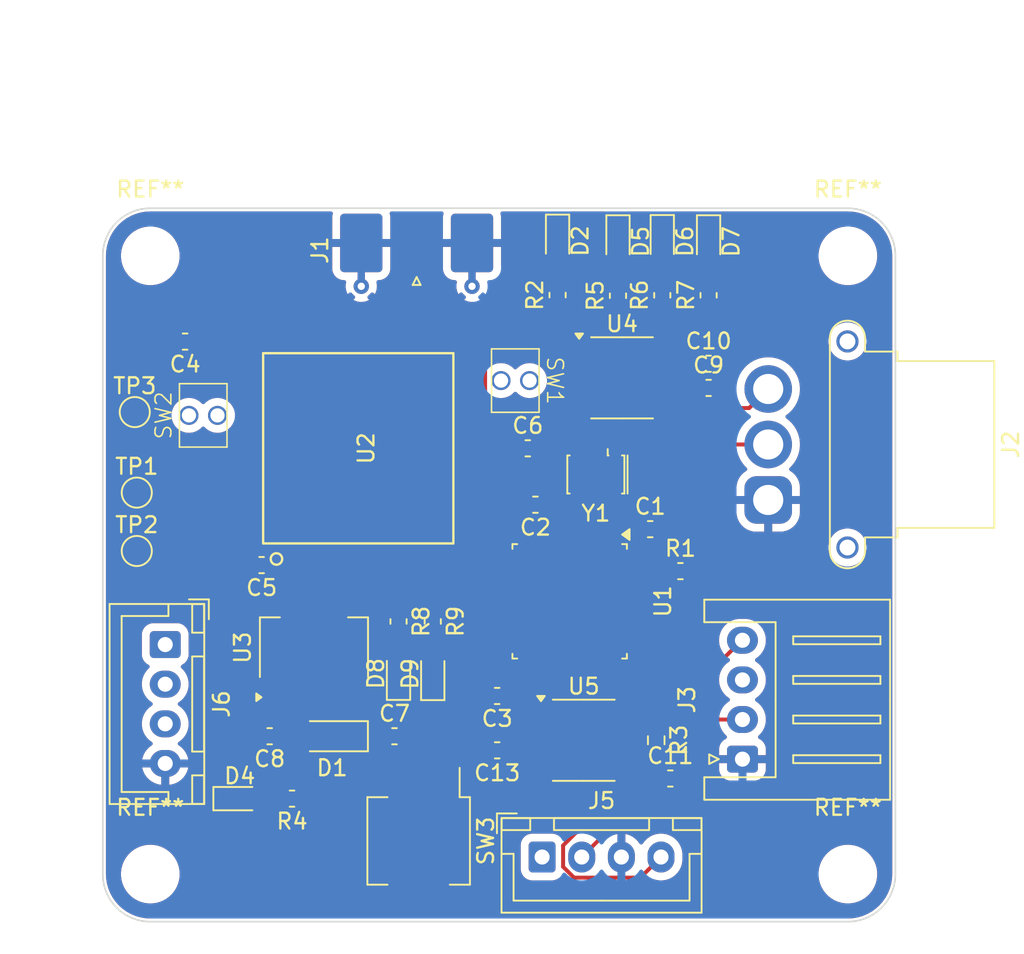
<source format=kicad_pcb>
(kicad_pcb (version 20241229) (generator "pcbnew") (generator_version "9.0")
  (layers (0 "F.Cu" signal) (2 "B.Cu" signal) (13 "F.Paste" user) (15 "B.Paste" user) (5 "F.SilkS" user "F.Silkscreen") (7 "B.SilkS" user "B.Silkscreen") (1 "F.Mask" user) (3 "B.Mask" user) (25 "Edge.Cuts" user))
  (net 0 "")
  (net 1 "GND")
  (net 2 "+3.3V")
  (net 3 "RF_RST")
  (net 4 "MCU_RST")
  (net 9 "Net-(U1-PF1)")
  (net 17 "Net-(U1-PF0)")
  (net 27 "Net-(J1-In)")
  (net 36 "OUT_A")
  (net 37 "OUT_B")
  (net 38 "Net-(U1-BOOT0)")
  (net 39 "USART1_TX")
  (net 40 "USART1_RX")
  (net 41 "RF_BOOT")
  (net 42 "RF_LED")
  (net 43 "RF_SWDIO")
  (net 44 "RF_SWCLK")
  (net 45 "+5V")
  (net 46 "Net-(D2-A)")
  (net 47 "Net-(D4-A)")
  (net 48 "Net-(D5-A)")
  (net 49 "Net-(D6-A)")
  (net 50 "Net-(D7-A)")
  (net 51 "Net-(D8-A)")
  (net 52 "Net-(D9-A)")
  (net 53 "CANL")
  (net 54 "CANH")
  (net 55 "MCU_SWDIO")
  (net 56 "MCU_SWCLK")
  (net 57 "USART2_RX")
  (net 58 "USART2_TX")
  (net 59 "LED_Connection")
  (net 60 "LED_Debug")
  (net 61 "LED_Error")
  (net 62 "LED_1")
  (net 63 "LED_2")
  (net 65 "IN_A")
  (net 66 "IN_B")
  (net 68 "CANRX")
  (net 69 "CANTX")
  (net 70 "DIP_2")
  (net 71 "DIP_1")
  (net 72 "DIP_4")
  (net 73 "DIP_3")
  (footprint "Capacitor_SMD:C_0603_1608Metric_Pad1.08x0.95mm_HandSolder" (layer "F.Cu") (at 178.689 110.476 90)
    (property "Reference" "R2" (at 0 -1.43 90) (layer "F.SilkS"))
    (property "Value" "1k")
    (pad "1" smd roundrect (at -0.8625 0 90) (size 1.075 0.95) (layers "F.Cu" "F.Mask" "F.Paste") (net 2 "+3.3V"))
    (pad "2" smd roundrect (at 0.8625 0 90) (size 1.075 0.95) (layers "F.Cu" "F.Mask" "F.Paste") (net 46 "Net-(D2-A)"))
  )
  (footprint "Capacitor_SMD:C_0603_1608Metric_Pad1.08x0.95mm_HandSolder" (layer "F.Cu") (at 170.815 131.064 -90)
    (property "Reference" "R9" (at 0 -1.43 90) (layer "F.SilkS"))
    (property "Value" "1k")
    (pad "1" smd roundrect (at -0.8625 0 270) (size 1.075 0.95) (layers "F.Cu" "F.Mask" "F.Paste") (net 63 "LED_2"))
    (pad "2" smd roundrect (at 0.8625 0 270) (size 1.075 0.95) (layers "F.Cu" "F.Mask" "F.Paste") (net 52 "Net-(D9-A)"))
  )
  (footprint "Capacitor_SMD:C_0603_1608Metric_Pad1.08x0.95mm_HandSolder" (layer "F.Cu") (at 188.214 116.332)
    (property "Reference" "C9" (at 0 -1.43 0) (layer "F.SilkS"))
    (property "Value" "0.1u")
    (pad "1" smd roundrect (at -0.8625 0) (size 1.075 0.95) (layers "F.Cu" "F.Mask" "F.Paste") (net 45 "+5V"))
    (pad "2" smd roundrect (at 0.8625 0) (size 1.075 0.95) (layers "F.Cu" "F.Mask" "F.Paste") (net 1 "GND"))
  )
  (footprint "Capacitor_SMD:C_0603_1608Metric_Pad1.08x0.95mm_HandSolder" (layer "F.Cu") (at 168.656 131.064 -90)
    (property "Reference" "R8" (at 0 -1.43 90) (layer "F.SilkS"))
    (property "Value" "1k")
    (pad "1" smd roundrect (at -0.8625 0 270) (size 1.075 0.95) (layers "F.Cu" "F.Mask" "F.Paste") (net 62 "LED_1"))
    (pad "2" smd roundrect (at 0.8625 0 270) (size 1.075 0.95) (layers "F.Cu" "F.Mask" "F.Paste") (net 51 "Net-(D8-A)"))
  )
  (footprint "Connector_JST:JST_XH_B4B-XH-A_1x04_P2.50mm_Vertical" (layer "F.Cu") (at 153.941 132.521 -90)
    (property "Reference" "J6" (at 3.75 -3.55 90) (layer "F.SilkS"))
    (property "Value" "Conn_01x04")
    (pad "1" thru_hole roundrect (at 0 0 270) (size 1.7 1.95) (drill 0.95) (layers "*.Cu" "*.Mask") (roundrect_rratio 0.147059) (net 40 "USART1_RX"))
    (pad "2" thru_hole oval (at 2.5 0 270) (size 1.7 1.95) (drill 0.95) (layers "*.Cu" "*.Mask") (net 2 "+3.3V"))
    (pad "3" thru_hole oval (at 5 0 270) (size 1.7 1.95) (drill 0.95) (layers "*.Cu" "*.Mask") (net 39 "USART1_TX"))
    (pad "4" thru_hole oval (at 7.5 0 270) (size 1.7 1.95) (drill 0.95) (layers "*.Cu" "*.Mask") (net 1 "GND"))
  )
  (footprint "LED_SMD:LED_0603_1608Metric_Pad1.05x0.95mm_HandSolder" (layer "F.Cu") (at 178.689 107.061 -90)
    (property "Reference" "D2" (at 0 -1.43 90) (layer "F.SilkS"))
    (property "Value" "LED")
    (pad "1" smd roundrect (at -0.875 0 270) (size 1.05 0.95) (layers "F.Cu" "F.Mask" "F.Paste") (net 42 "RF_LED"))
    (pad "2" smd roundrect (at 0.875 0 270) (size 1.05 0.95) (layers "F.Cu" "F.Mask" "F.Paste") (net 46 "Net-(D2-A)"))
  )
  (footprint "Package_TO_SOT_SMD:SOT-223-3_TabPin2" (layer "F.Cu") (at 163.322 132.715 90)
    (property "Reference" "U3" (at 0 -4.5 90) (layer "F.SilkS"))
    (property "Value" "3.3V")
    (pad "1" smd roundrect (at -3.15 -2.3 90) (size 2 1.5) (layers "F.Cu" "F.Mask" "F.Paste") (net 1 "GND"))
    (pad "2" smd roundrect (at -3.15 0 90) (size 2 1.5) (layers "F.Cu" "F.Mask" "F.Paste") (net 2 "+3.3V"))
    (pad "2" smd roundrect (at 3.15 0 90) (size 2 3.8) (layers "F.Cu" "F.Mask" "F.Paste") (net 2 "+3.3V"))
    (pad "3" smd roundrect (at -3.15 2.3 90) (size 2 1.5) (layers "F.Cu" "F.Mask" "F.Paste") (net 45 "+5V"))
  )
  (footprint "GN10_Parts:LoRa-E5" (layer "F.Cu") (at 166.116 120.142 90)
    (property "Reference" "U2" (at 0 0.5 90) (layer "F.SilkS"))
    (property "Value" "Wio-E5")
    (pad "1" smd rect (at -6 -3.75 180) (size 1 2.3) (layers "F.Cu" "F.Mask" "F.Paste") (net 2 "+3.3V"))
    (pad "2" smd rect (at -6 -2.5 180) (size 1 2.3) (layers "F.Cu" "F.Mask" "F.Paste") (net 1 "GND"))
    (pad "3" smd rect (at -6 -1.25 180) (size 1 2.3) (layers "F.Cu" "F.Mask" "F.Paste") (net 43 "RF_SWDIO"))
    (pad "4" smd rect (at -6 0 180) (size 1 2.3) (layers "F.Cu" "F.Mask" "F.Paste") (net 44 "RF_SWCLK"))
    (pad "5" smd rect (at -6 1.25 180) (size 1 2.3) (layers "F.Cu" "F.Mask" "F.Paste"))
    (pad "6" smd rect (at -6 2.5 180) (size 1 2.3) (layers "F.Cu" "F.Mask" "F.Paste"))
    (pad "7" smd rect (at -6 3.75 180) (size 1 2.3) (layers "F.Cu" "F.Mask" "F.Paste"))
    (pad "8" smd rect (at -3.75 6 270) (size 1 2.3) (layers "F.Cu" "F.Mask" "F.Paste"))
    (pad "9" smd rect (at -2.5 6 270) (size 1 2.3) (layers "F.Cu" "F.Mask" "F.Paste") (net 58 "USART2_TX"))
    (pad "10" smd rect (at -1.25 6 270) (size 1 2.3) (layers "F.Cu" "F.Mask" "F.Paste") (net 57 "USART2_RX"))
    (pad "11" smd rect (at 0 6 270) (size 1 2.3) (layers "F.Cu" "F.Mask" "F.Paste") (net 42 "RF_LED"))
    (pad "12" smd rect (at 1.25 6 270) (size 1 2.3) (layers "F.Cu" "F.Mask" "F.Paste"))
    (pad "13" smd rect (at 2.5 6 270) (size 1 2.3) (layers "F.Cu" "F.Mask" "F.Paste"))
    (pad "14" smd rect (at 3.75 6 270) (size 1 2.3) (layers "F.Cu" "F.Mask" "F.Paste") (net 1 "GND"))
    (pad "15" smd rect (at 6 3.75) (size 1 2.3) (layers "F.Cu" "F.Mask" "F.Paste") (net 27 "Net-(J1-In)"))
    (pad "16" smd rect (at 6 2.5) (size 1 2.3) (layers "F.Cu" "F.Mask" "F.Paste") (net 1 "GND"))
    (pad "17" smd rect (at 6 1.25) (size 1 2.3) (layers "F.Cu" "F.Mask" "F.Paste") (net 3 "RF_RST"))
    (pad "18" smd rect (at 6 0) (size 1 2.3) (layers "F.Cu" "F.Mask" "F.Paste"))
    (pad "19" smd rect (at 6 -1.25) (size 1 2.3) (layers "F.Cu" "F.Mask" "F.Paste"))
    (pad "20" smd rect (at 6 -2.5) (size 1 2.3) (layers "F.Cu" "F.Mask" "F.Paste"))
    (pad "21" smd rect (at 6 -3.75) (size 1 2.3) (layers "F.Cu" "F.Mask" "F.Paste"))
    (pad "22" smd rect (at 3.75 -6 90) (size 1 2.3) (layers "F.Cu" "F.Mask" "F.Paste") (net 1 "GND"))
    (pad "23" smd rect (at 2.5 -6 90) (size 1 2.3) (layers "F.Cu" "F.Mask" "F.Paste"))
    (pad "24" smd rect (at 1.25 -6 90) (size 1 2.3) (layers "F.Cu" "F.Mask" "F.Paste") (net 41 "RF_BOOT"))
    (pad "25" smd rect (at 0 -6 90) (size 1 2.3) (layers "F.Cu" "F.Mask" "F.Paste"))
    (pad "26" smd rect (at -1.25 -6 90) (size 1 2.3) (layers "F.Cu" "F.Mask" "F.Paste"))
    (pad "27" smd rect (at -2.5 -6 90) (size 1 2.3) (layers "F.Cu" "F.Mask" "F.Paste"))
    (pad "28" smd rect (at -3.75 -6 90) (size 1 2.3) (layers "F.Cu" "F.Mask" "F.Paste"))
  )
  (footprint "MountingHole:MountingHole_3.2mm_M3" (layer "F.Cu") (at 153 108)
    (property "Reference" "REF**" (at 0 -4.2 0) (layer "F.SilkS"))
    (property "Value" "MountingHole_3.2mm_M3")
    (pad "" np_thru_hole circle (at 0 0) (size 3.2 3.2) (drill 3.2) (layers "*.Cu" "*.Mask"))
  )
  (footprint "MountingHole:MountingHole_3.2mm_M3" (layer "F.Cu") (at 153 147)
    (property "Reference" "REF**" (at 0 -4.2 0) (layer "F.SilkS"))
    (property "Value" "MountingHole_3.2mm_M3")
    (pad "" np_thru_hole circle (at 0 0) (size 3.2 3.2) (drill 3.2) (layers "*.Cu" "*.Mask"))
  )
  (footprint "LED_SMD:LED_0603_1608Metric_Pad1.05x0.95mm_HandSolder" (layer "F.Cu") (at 170.815 134.366 90)
    (property "Reference" "D9" (at 0 -1.43 90) (layer "F.SilkS"))
    (property "Value" "LED")
    (pad "1" smd roundrect (at -0.875 0 90) (size 1.05 0.95) (layers "F.Cu" "F.Mask" "F.Paste") (net 1 "GND"))
    (pad "2" smd roundrect (at 0.875 0 90) (size 1.05 0.95) (layers "F.Cu" "F.Mask" "F.Paste") (net 52 "Net-(D9-A)"))
  )
  (footprint "LED_SMD:LED_0603_1608Metric_Pad1.05x0.95mm_HandSolder" (layer "F.Cu") (at 168.656 134.352 90)
    (property "Reference" "D8" (at 0 -1.43 90) (layer "F.SilkS"))
    (property "Value" "LED")
    (pad "1" smd roundrect (at -0.875 0 90) (size 1.05 0.95) (layers "F.Cu" "F.Mask" "F.Paste") (net 1 "GND"))
    (pad "2" smd roundrect (at 0.875 0 90) (size 1.05 0.95) (layers "F.Cu" "F.Mask" "F.Paste") (net 51 "Net-(D8-A)"))
  )
  (footprint "GN10_Parts:TVAF" (layer "F.Cu") (at 156.337 118.064 90)
    (property "Reference" "SW2" (at 0 -2.5 90) (layer "F.SilkS") (effects (font (thickness 0.1))))
    (property "Value" "SW_Push")
    (pad "" thru_hole circle (at 0 -0.9 90) (size 1.2 1.2) (drill 0.9) (layers "*.Cu" "*.Mask"))
    (pad "" thru_hole circle (at 0 0.9 90) (size 1.2 1.2) (drill 0.9) (layers "*.Cu" "*.Mask"))
    (pad "1" smd rect (at -2.875 0 90) (size 1.05 1.6) (layers "F.Cu" "F.Mask" "F.Paste") (net 1 "GND"))
    (pad "2" smd rect (at 2.875 0 90) (size 1.05 1.6) (layers "F.Cu" "F.Mask" "F.Paste") (net 3 "RF_RST"))
  )
  (footprint "Capacitor_SMD:C_0603_1608Metric_Pad1.08x0.95mm_HandSolder" (layer "F.Cu") (at 155.194 113.411 180)
    (property "Reference" "C4" (at 0 -1.43 0) (layer "F.SilkS"))
    (property "Value" "0.1u")
    (pad "1" smd roundrect (at -0.8625 0 180) (size 1.075 0.95) (layers "F.Cu" "F.Mask" "F.Paste") (net 3 "RF_RST"))
    (pad "2" smd roundrect (at 0.8625 0 180) (size 1.075 0.95) (layers "F.Cu" "F.Mask" "F.Paste") (net 1 "GND"))
  )
  (footprint "GN10_Parts:TVAF" (layer "F.Cu") (at 176.022 115.87 -90)
    (property "Reference" "SW1" (at 0 -2.5 270) (layer "F.SilkS") (effects (font (thickness 0.1))))
    (property "Value" "SW_Push")
    (pad "" thru_hole circle (at 0 -0.9 270) (size 1.2 1.2) (drill 0.9) (layers "*.Cu" "*.Mask"))
    (pad "" thru_hole circle (at 0 0.9 270) (size 1.2 1.2) (drill 0.9) (layers "*.Cu" "*.Mask"))
    (pad "1" smd rect (at -2.875 0 270) (size 1.05 1.6) (layers "F.Cu" "F.Mask" "F.Paste") (net 1 "GND"))
    (pad "2" smd rect (at 2.875 0 270) (size 1.05 1.6) (layers "F.Cu" "F.Mask" "F.Paste") (net 4 "MCU_RST"))
  )
  (footprint "Capacitor_SMD:C_0603_1608Metric_Pad1.08x0.95mm_HandSolder" (layer "F.Cu") (at 184.531 125.2415)
    (property "Reference" "C1" (at 0 -1.43 0) (layer "F.SilkS"))
    (property "Value" "0.1u")
    (pad "1" smd roundrect (at -0.8625 0) (size 1.075 0.95) (layers "F.Cu" "F.Mask" "F.Paste") (net 2 "+3.3V"))
    (pad "2" smd roundrect (at 0.8625 0) (size 1.075 0.95) (layers "F.Cu" "F.Mask" "F.Paste") (net 1 "GND"))
  )
  (footprint "Connector_JST:JST_XH_B4B-XH-A_1x04_P2.50mm_Vertical" (layer "F.Cu") (at 177.713 145.923)
    (property "Reference" "J5" (at 3.75 -3.55 0) (layer "F.SilkS"))
    (property "Value" "Conn_01x04")
    (pad "1" thru_hole roundrect (at 0 0) (size 1.7 1.95) (drill 0.95) (layers "*.Cu" "*.Mask") (roundrect_rratio 0.147059) (net 2 "+3.3V"))
    (pad "2" thru_hole oval (at 2.5 0) (size 1.7 1.95) (drill 0.95) (layers "*.Cu" "*.Mask") (net 56 "MCU_SWCLK"))
    (pad "3" thru_hole oval (at 5 0) (size 1.7 1.95) (drill 0.95) (layers "*.Cu" "*.Mask") (net 1 "GND"))
    (pad "4" thru_hole oval (at 7.5 0) (size 1.7 1.95) (drill 0.95) (layers "*.Cu" "*.Mask") (net 55 "MCU_SWDIO"))
  )
  (footprint "Capacitor_SMD:C_0603_1608Metric_Pad1.08x0.95mm_HandSolder" (layer "F.Cu") (at 188.214 114.808)
    (property "Reference" "C10" (at 0 -1.43 0) (layer "F.SilkS"))
    (property "Value" "4.7u")
    (pad "1" smd roundrect (at -0.8625 0) (size 1.075 0.95) (layers "F.Cu" "F.Mask" "F.Paste") (net 45 "+5V"))
    (pad "2" smd roundrect (at 0.8625 0) (size 1.075 0.95) (layers "F.Cu" "F.Mask" "F.Paste") (net 1 "GND"))
  )
  (footprint "Capacitor_SMD:C_0603_1608Metric_Pad1.08x0.95mm_HandSolder" (layer "F.Cu") (at 185.801 140.97)
    (property "Reference" "C11" (at 0 -1.43 0) (layer "F.SilkS"))
    (property "Value" "0.1u")
    (pad "1" smd roundrect (at -0.8625 0) (size 1.075 0.95) (layers "F.Cu" "F.Mask" "F.Paste") (net 2 "+3.3V"))
    (pad "2" smd roundrect (at 0.8625 0) (size 1.075 0.95) (layers "F.Cu" "F.Mask" "F.Paste") (net 1 "GND"))
  )
  (footprint "Capacitor_SMD:C_0603_1608Metric_Pad1.08x0.95mm_HandSolder" (layer "F.Cu") (at 177.292 123.698 180)
    (property "Reference" "C2" (at 0 -1.43 0) (layer "F.SilkS"))
    (property "Value" "0.1u")
    (pad "1" smd roundrect (at -0.8625 0 180) (size 1.075 0.95) (layers "F.Cu" "F.Mask" "F.Paste") (net 2 "+3.3V"))
    (pad "2" smd roundrect (at 0.8625 0 180) (size 1.075 0.95) (layers "F.Cu" "F.Mask" "F.Paste") (net 1 "GND"))
  )
  (footprint "Capacitor_SMD:C_0603_1608Metric_Pad1.08x0.95mm_HandSolder" (layer "F.Cu") (at 188.214 110.49 90)
    (property "Reference" "R7" (at 0 -1.43 90) (layer "F.SilkS"))
    (property "Value" "1k")
    (pad "1" smd roundrect (at -0.8625 0 90) (size 1.075 0.95) (layers "F.Cu" "F.Mask" "F.Paste") (net 61 "LED_Error"))
    (pad "2" smd roundrect (at 0.8625 0 90) (size 1.075 0.95) (layers "F.Cu" "F.Mask" "F.Paste") (net 50 "Net-(D7-A)"))
  )
  (footprint "Button_Switch_SMD:SW_DIP_SPSTx04_Slide_Copal_CHS-04B_W7.62mm_P1.27mm" (layer "F.Cu") (at 169.926 144.907 -90)
    (property "Reference" "SW3" (at 0 -4.235 90) (layer "F.SilkS"))
    (property "Value" "SW_DIP_x04")
    (pad "1" smd roundrect (at -3.81 -1.905 270) (size 1.6 0.76) (layers "F.Cu" "F.Mask" "F.Paste") (net 71 "DIP_1"))
    (pad "2" smd roundrect (at -3.81 -0.635 270) (size 1.6 0.76) (layers "F.Cu" "F.Mask" "F.Paste") (net 70 "DIP_2"))
    (pad "3" smd roundrect (at -3.81 0.635 270) (size 1.6 0.76) (layers "F.Cu" "F.Mask" "F.Paste") (net 73 "DIP_3"))
    (pad "4" smd roundrect (at -3.81 1.905 270) (size 1.6 0.76) (layers "F.Cu" "F.Mask" "F.Paste") (net 72 "DIP_4"))
    (pad "5" smd roundrect (at 3.81 1.905 270) (size 1.6 0.76) (layers "F.Cu" "F.Mask" "F.Paste") (net 2 "+3.3V"))
    (pad "6" smd roundrect (at 3.81 0.635 270) (size 1.6 0.76) (layers "F.Cu" "F.Mask" "F.Paste") (net 2 "+3.3V"))
    (pad "7" smd roundrect (at 3.81 -0.635 270) (size 1.6 0.76) (layers "F.Cu" "F.Mask" "F.Paste") (net 2 "+3.3V"))
    (pad "8" smd roundrect (at 3.81 -1.905 270) (size 1.6 0.76) (layers "F.Cu" "F.Mask" "F.Paste") (net 2 "+3.3V"))
  )
  (footprint "Connector_AMASS:AMASS_MR30PW-FB_1x03_P3.50mm_Horizontal" (layer "F.Cu") (at 191.975 123.4 -90)
    (property "Reference" "J2" (at -3.5 -15.3 90) (layer "F.SilkS"))
    (property "Value" "Conn_01x03")
    (pad "" thru_hole circle (at -10 -5 270) (size 1.4 1.4) (drill 1) (layers "*.Cu" "*.Mask"))
    (pad "" thru_hole circle (at 3 -5) (size 1.4 1.4) (drill 1) (layers "*.Cu" "*.Mask"))
    (pad "1" thru_hole roundrect (at 0 0 270) (size 3 3) (drill 1.9) (layers "*.Cu" "*.Mask") (net 1 "GND"))
    (pad "2" thru_hole circle (at -3.5 0 270) (size 3 3) (drill 1.9) (layers "*.Cu" "*.Mask") (net 36 "OUT_A"))
    (pad "3" thru_hole circle (at -7 0 270) (size 3 3) (drill 1.9) (layers "*.Cu" "*.Mask") (net 37 "OUT_B"))
  )
  (footprint "LED_SMD:LED_0603_1608Metric_Pad1.05x0.95mm_HandSolder" (layer "F.Cu") (at 182.499 107.1015 -90)
    (property "Reference" "D5" (at 0 -1.43 90) (layer "F.SilkS"))
    (property "Value" "LED")
    (pad "1" smd roundrect (at -0.875 0 270) (size 1.05 0.95) (layers "F.Cu" "F.Mask" "F.Paste") (net 1 "GND"))
    (pad "2" smd roundrect (at 0.875 0 270) (size 1.05 0.95) (layers "F.Cu" "F.Mask" "F.Paste") (net 48 "Net-(D5-A)"))
  )
  (footprint "TestPoint:TestPoint_Pad_D1.5mm" (layer "F.Cu") (at 152.146 126.619)
    (property "Reference" "TP2" (at 0 -1.648 0) (layer "F.SilkS"))
    (property "Value" "TestPoint")
    (pad "1" smd circle (at 0 0) (size 1.5 1.5) (layers "F.Cu" "F.Mask") (net 44 "RF_SWCLK"))
  )
  (footprint "LED_SMD:LED_0603_1608Metric_Pad1.05x0.95mm_HandSolder" (layer "F.Cu") (at 188.214 107.1015 -90)
    (property "Reference" "D7" (at 0 -1.43 90) (layer "F.SilkS"))
    (property "Value" "LED")
    (pad "1" smd roundrect (at -0.875 0 270) (size 1.05 0.95) (layers "F.Cu" "F.Mask" "F.Paste") (net 1 "GND"))
    (pad "2" smd roundrect (at 0.875 0 270) (size 1.05 0.95) (layers "F.Cu" "F.Mask" "F.Paste") (net 50 "Net-(D7-A)"))
  )
  (footprint "Crystal:Resonator_SMD_Murata_CSTxExxV-3Pin_3.0x1.1mm_HandSoldering" (layer "F.Cu") (at 181.102 121.793 180)
    (property "Reference" "Y1" (at 0 -2.45 0) (layer "F.SilkS"))
    (property "Value" "Crystal_GND2")
    (pad "1" smd rect (at -1.2 0 180) (size 0.4 3.2) (layers "F.Cu" "F.Mask" "F.Paste") (net 17 "Net-(U1-PF0)"))
    (pad "2" smd rect (at 0 0 180) (size 0.4 3.2) (layers "F.Cu" "F.Mask" "F.Paste") (net 1 "GND"))
    (pad "3" smd rect (at 1.2 0 180) (size 0.4 3.2) (layers "F.Cu" "F.Mask" "F.Paste") (net 9 "Net-(U1-PF1)"))
  )
  (footprint "Capacitor_SMD:C_0603_1608Metric_Pad1.08x0.95mm_HandSolder" (layer "F.Cu") (at 186.436 127.889)
    (property "Reference" "R1" (at 0 -1.43 0) (layer "F.SilkS"))
    (property "Value" "10k")
    (pad "1" smd roundrect (at -0.8625 0) (size 1.075 0.95) (layers "F.Cu" "F.Mask" "F.Paste") (net 38 "Net-(U1-BOOT0)"))
    (pad "2" smd roundrect (at 0.8625 0) (size 1.075 0.95) (layers "F.Cu" "F.Mask" "F.Paste") (net 1 "GND"))
  )
  (footprint "Capacitor_SMD:C_0603_1608Metric_Pad1.08x0.95mm_HandSolder" (layer "F.Cu") (at 174.879 135.763 180)
    (property "Reference" "C3" (at 0 -1.43 0) (layer "F.SilkS"))
    (property "Value" "4.7u")
    (pad "1" smd roundrect (at -0.8625 0 180) (size 1.075 0.95) (layers "F.Cu" "F.Mask" "F.Paste") (net 2 "+3.3V"))
    (pad "2" smd roundrect (at 0.8625 0 180) (size 1.075 0.95) (layers "F.Cu" "F.Mask" "F.Paste") (net 1 "GND"))
  )
  (footprint "Package_SO:SOIC-8_3.9x4.9mm_P1.27mm" (layer "F.Cu") (at 182.753 115.697)
    (property "Reference" "U4" (at 0 -3.4 0) (layer "F.SilkS"))
    (property "Value" "MIC4427")
    (pad "1" smd roundrect (at -2.475 -1.905) (size 1.95 0.6) (layers "F.Cu" "F.Mask" "F.Paste"))
    (pad "2" smd roundrect (at -2.475 -0.635) (size 1.95 0.6) (layers "F.Cu" "F.Mask" "F.Paste") (net 65 "IN_A"))
    (pad "3" smd roundrect (at -2.475 0.635) (size 1.95 0.6) (layers "F.Cu" "F.Mask" "F.Paste") (net 1 "GND"))
    (pad "4" smd roundrect (at -2.475 1.905) (size 1.95 0.6) (layers "F.Cu" "F.Mask" "F.Paste") (net 66 "IN_B"))
    (pad "5" smd roundrect (at 2.475 1.905) (size 1.95 0.6) (layers "F.Cu" "F.Mask" "F.Paste") (net 37 "OUT_B"))
    (pad "6" smd roundrect (at 2.475 0.635) (size 1.95 0.6) (layers "F.Cu" "F.Mask" "F.Paste") (net 45 "+5V"))
    (pad "7" smd roundrect (at 2.475 -0.635) (size 1.95 0.6) (layers "F.Cu" "F.Mask" "F.Paste") (net 36 "OUT_A"))
    (pad "8" smd roundrect (at 2.475 -1.905) (size 1.95 0.6) (layers "F.Cu" "F.Mask" "F.Paste"))
  )
  (footprint "MountingHole:MountingHole_3.2mm_M3" (layer "F.Cu") (at 197 108)
    (property "Reference" "REF**" (at 0 -4.2 0) (layer "F.SilkS"))
    (property "Value" "MountingHole_3.2mm_M3")
    (pad "" np_thru_hole circle (at 0 0) (size 3.2 3.2) (drill 3.2) (layers "*.Cu" "*.Mask"))
  )
  (footprint "LED_SMD:LED_0603_1608Metric_Pad1.05x0.95mm_HandSolder" (layer "F.Cu") (at 158.637 142.24)
    (property "Reference" "D4" (at 0 -1.43 0) (layer "F.SilkS"))
    (property "Value" "LED")
    (pad "1" smd roundrect (at -0.875 0) (size 1.05 0.95) (layers "F.Cu" "F.Mask" "F.Paste") (net 1 "GND"))
    (pad "2" smd roundrect (at 0.875 0) (size 1.05 0.95) (layers "F.Cu" "F.Mask" "F.Paste") (net 47 "Net-(D4-A)"))
  )
  (footprint "Capacitor_SMD:C_0603_1608Metric_Pad1.08x0.95mm_HandSolder" (layer "F.Cu") (at 182.499 110.5165 90)
    (property "Reference" "R5" (at 0 -1.43 90) (layer "F.SilkS"))
    (property "Value" "1k")
    (pad "1" smd roundrect (at -0.8625 0 90) (size 1.075 0.95) (layers "F.Cu" "F.Mask" "F.Paste") (net 59 "LED_Connection"))
    (pad "2" smd roundrect (at 0.8625 0 90) (size 1.075 0.95) (layers "F.Cu" "F.Mask" "F.Paste") (net 48 "Net-(D5-A)"))
  )
  (footprint "MountingHole:MountingHole_3.2mm_M3" (layer "F.Cu") (at 197 147)
    (property "Reference" "REF**" (at 0 -4.2 0) (layer "F.SilkS"))
    (property "Value" "MountingHole_3.2mm_M3")
    (pad "" np_thru_hole circle (at 0 0) (size 3.2 3.2) (drill 3.2) (layers "*.Cu" "*.Mask"))
  )
  (footprint "Diode_SMD:Nexperia_CFP3_SOD-123W" (layer "F.Cu") (at 164.465 138.303 180)
    (property "Reference" "D1" (at 0 -2 0) (layer "F.SilkS"))
    (property "Value" "D")
    (pad "1" smd rect (at -1.4 0 180) (size 1.2 1.2) (layers "F.Cu" "F.Mask" "F.Paste") (net 45 "+5V"))
    (pad "2" smd rect (at 1.4 0 180) (size 1.2 1.2) (layers "F.Cu" "F.Mask" "F.Paste") (net 2 "+3.3V"))
  )
  (footprint "Connector_Coaxial:SMA_Molex_73251-2120_EdgeMount_Horizontal" (layer "F.Cu") (at 169.799 106.938 90)
    (property "Reference" "J1" (at -0.705 -6.1 90) (layer "F.SilkS"))
    (property "Value" "Conn_Coaxial")
    (fp_line (start -0.25 -3.4925) (end -2.985 -3.4925) (stroke (width 0.46)) (layer "F.Cu"))
    (fp_line (start -0.25 3.4925) (end -2.985 3.4925) (stroke (width 0.46)) (layer "F.Cu"))
    (fp_line (start -0.25 -3.4925) (end -2.985 -3.4925) (stroke (width 0.46)) (layer "B.Cu"))
    (fp_line (start -0.25 3.4925) (end -2.985 3.4925) (stroke (width 0.46)) (layer "B.Cu"))
    (pad "1" smd roundrect (at -0.25 0 90) (size 3.69 1.78) (layers "F.Cu" "F.Mask" "F.Paste") (roundrect_rratio 0.1404494382) (net 27 "Net-(J1-In)"))
    (pad "2" thru_hole circle (at -2.985 -3.4925 90) (size 0.97 0.97) (drill 0.46) (layers "*.Cu") (net 1 "GND"))
    (pad "2" thru_hole circle (at -2.985 3.4925 90) (size 0.97 0.97) (drill 0.46) (layers "*.Cu") (net 1 "GND"))
    (pad "2" smd roundrect (at -0.25 -3.4925 90) (size 3.69 2.665) (layers "F.Cu" "F.Mask" "F.Paste") (roundrect_rratio 0.09380863039) (net 1 "GND"))
    (pad "2" smd roundrect (at -0.25 -3.4925 90) (size 3.69 2.665) (layers "B.Cu" "B.Mask" "B.Paste") (roundrect_rratio 0.09380863039) (net 1 "GND"))
    (pad "2" smd roundrect (at -0.25 3.4925 90) (size 3.69 2.665) (layers "F.Cu" "F.Mask" "F.Paste") (roundrect_rratio 0.09380863039) (net 1 "GND"))
    (pad "2" smd roundrect (at -0.25 3.4925 90) (size 3.69 2.665) (layers "B.Cu" "B.Mask" "B.Paste") (roundrect_rratio 0.09380863039) (net 1 "GND"))
  )
  (footprint "Capacitor_SMD:C_0603_1608Metric_Pad1.08x0.95mm_HandSolder" (layer "F.Cu") (at 161.939 142.24 180)
    (property "Reference" "R4" (at 0 -1.43 0) (layer "F.SilkS"))
    (property "Value" "1k")
    (pad "1" smd roundrect (at -0.8625 0 180) (size 1.075 0.95) (layers "F.Cu" "F.Mask" "F.Paste") (net 2 "+3.3V"))
    (pad "2" smd roundrect (at 0.8625 0 180) (size 1.075 0.95) (layers "F.Cu" "F.Mask" "F.Paste") (net 47 "Net-(D4-A)"))
  )
  (footprint "Capacitor_SMD:C_0603_1608Metric_Pad1.08x0.95mm_HandSolder" (layer "F.Cu") (at 174.879 139.192 180)
    (property "Reference" "C13" (at 0 -1.43 0) (layer "F.SilkS"))
    (property "Value" "0.1u")
    (pad "1" smd roundrect (at -0.8625 0 180) (size 1.075 0.95) (layers "F.Cu" "F.Mask" "F.Paste") (net 45 "+5V"))
    (pad "2" smd roundrect (at 0.8625 0 180) (size 1.075 0.95) (layers "F.Cu" "F.Mask" "F.Paste") (net 1 "GND"))
  )
  (footprint "TestPoint:TestPoint_Pad_D1.5mm" (layer "F.Cu") (at 152.019 117.856)
    (property "Reference" "TP3" (at 0 -1.648 0) (layer "F.SilkS"))
    (property "Value" "TestPoint")
    (pad "1" smd circle (at 0 0) (size 1.5 1.5) (layers "F.Cu" "F.Mask") (net 41 "RF_BOOT"))
  )
  (footprint "Connector_JST:JST_XH_S4B-XH-A_1x04_P2.50mm_Horizontal" (layer "F.Cu") (at 190.352 139.75 90)
    (property "Reference" "J3" (at 3.75 -3.5 90) (layer "F.SilkS"))
    (property "Value" "Conn_01x04")
    (pad "1" thru_hole roundrect (at 0 0 90) (size 1.7 1.95) (drill 0.95) (layers "*.Cu" "*.Mask") (roundrect_rratio 0.147059) (net 1 "GND"))
    (pad "2" thru_hole oval (at 2.5 0 90) (size 1.7 1.95) (drill 0.95) (layers "*.Cu" "*.Mask") (net 53 "CANL"))
    (pad "3" thru_hole oval (at 5 0 90) (size 1.7 1.95) (drill 0.95) (layers "*.Cu" "*.Mask") (net 45 "+5V"))
    (pad "4" thru_hole oval (at 7.5 0 90) (size 1.7 1.95) (drill 0.95) (layers "*.Cu" "*.Mask") (net 54 "CANH"))
  )
  (footprint "Capacitor_SMD:C_0603_1608Metric_Pad1.08x0.95mm_HandSolder" (layer "F.Cu") (at 168.402 138.303)
    (property "Reference" "C7" (at 0 -1.43 0) (layer "F.SilkS"))
    (property "Value" "10u")
    (pad "1" smd roundrect (at -0.8625 0) (size 1.075 0.95) (layers "F.Cu" "F.Mask" "F.Paste") (net 45 "+5V"))
    (pad "2" smd roundrect (at 0.8625 0) (size 1.075 0.95) (layers "F.Cu" "F.Mask" "F.Paste") (net 1 "GND"))
  )
  (footprint "Package_QFP:LQFP-32_7x7mm_P0.8mm" (layer "F.Cu") (at 179.451 129.794 -90)
    (property "Reference" "U1" (at 0 -5.88 90) (layer "F.SilkS"))
    (property "Value" "STM32F303K8Tx")
    (pad "1" smd roundrect (at -4.175 -2.8 270) (size 1.5 0.5) (layers "F.Cu" "F.Mask" "F.Paste") (net 2 "+3.3V"))
    (pad "2" smd roundrect (at -4.175 -2 270) (size 1.5 0.5) (layers "F.Cu" "F.Mask" "F.Paste") (net 17 "Net-(U1-PF0)"))
    (pad "3" smd roundrect (at -4.175 -1.2 270) (size 1.5 0.5) (layers "F.Cu" "F.Mask" "F.Paste") (net 9 "Net-(U1-PF1)"))
    (pad "4" smd roundrect (at -4.175 -0.4 270) (size 1.5 0.5) (layers "F.Cu" "F.Mask" "F.Paste") (net 4 "MCU_RST"))
    (pad "5" smd roundrect (at -4.175 0.4 270) (size 1.5 0.5) (layers "F.Cu" "F.Mask" "F.Paste") (net 2 "+3.3V"))
    (pad "6" smd roundrect (at -4.175 1.2 270) (size 1.5 0.5) (layers "F.Cu" "F.Mask" "F.Paste"))
    (pad "7" smd roundrect (at -4.175 2 270) (size 1.5 0.5) (layers "F.Cu" "F.Mask" "F.Paste"))
    (pad "8" smd roundrect (at -4.175 2.8 270) (size 1.5 0.5) (layers "F.Cu" "F.Mask" "F.Paste") (net 58 "USART2_TX"))
    (pad "9" smd roundrect (at -2.8 4.175 270) (size 0.5 1.5) (layers "F.Cu" "F.Mask" "F.Paste") (net 57 "USART2_RX"))
    (pad "10" smd roundrect (at -2 4.175 270) (size 0.5 1.5) (layers "F.Cu" "F.Mask" "F.Paste"))
    (pad "11" smd roundrect (at -1.2 4.175 270) (size 0.5 1.5) (layers "F.Cu" "F.Mask" "F.Paste"))
    (pad "12" smd roundrect (at -0.4 4.175 270) (size 0.5 1.5) (layers "F.Cu" "F.Mask" "F.Paste"))
    (pad "13" smd roundrect (at 0.4 4.175 270) (size 0.5 1.5) (layers "F.Cu" "F.Mask" "F.Paste"))
    (pad "14" smd roundrect (at 1.2 4.175 270) (size 0.5 1.5) (layers "F.Cu" "F.Mask" "F.Paste"))
    (pad "15" smd roundrect (at 2 4.175 270) (size 0.5 1.5) (layers "F.Cu" "F.Mask" "F.Paste"))
    (pad "16" smd roundrect (at 2.8 4.175 270) (size 0.5 1.5) (layers "F.Cu" "F.Mask" "F.Paste") (net 1 "GND"))
    (pad "17" smd roundrect (at 4.175 2.8 270) (size 1.5 0.5) (layers "F.Cu" "F.Mask" "F.Paste") (net 2 "+3.3V"))
    (pad "18" smd roundrect (at 4.175 2 270) (size 1.5 0.5) (layers "F.Cu" "F.Mask" "F.Paste"))
    (pad "19" smd roundrect (at 4.175 1.2 270) (size 1.5 0.5) (layers "F.Cu" "F.Mask" "F.Paste") (net 39 "USART1_TX"))
    (pad "20" smd roundrect (at 4.175 0.4 270) (size 1.5 0.5) (layers "F.Cu" "F.Mask" "F.Paste") (net 40 "USART1_RX"))
    (pad "21" smd roundrect (at 4.175 -0.4 270) (size 1.5 0.5) (layers "F.Cu" "F.Mask" "F.Paste") (net 68 "CANRX"))
    (pad "22" smd roundrect (at 4.175 -1.2 270) (size 1.5 0.5) (layers "F.Cu" "F.Mask" "F.Paste") (net 69 "CANTX"))
    (pad "23" smd roundrect (at 4.175 -2 270) (size 1.5 0.5) (layers "F.Cu" "F.Mask" "F.Paste") (net 55 "MCU_SWDIO"))
    (pad "24" smd roundrect (at 4.175 -2.8 270) (size 1.5 0.5) (layers "F.Cu" "F.Mask" "F.Paste") (net 56 "MCU_SWCLK"))
    (pad "25" smd roundrect (at 2.8 -4.175 270) (size 0.5 1.5) (layers "F.Cu" "F.Mask" "F.Paste"))
    (pad "26" smd roundrect (at 2 -4.175 270) (size 0.5 1.5) (layers "F.Cu" "F.Mask" "F.Paste"))
    (pad "27" smd roundrect (at 1.2 -4.175 270) (size 0.5 1.5) (layers "F.Cu" "F.Mask" "F.Paste"))
    (pad "28" smd roundrect (at 0.4 -4.175 270) (size 0.5 1.5) (layers "F.Cu" "F.Mask" "F.Paste"))
    (pad "29" smd roundrect (at -0.4 -4.175 270) (size 0.5 1.5) (layers "F.Cu" "F.Mask" "F.Paste"))
    (pad "30" smd roundrect (at -1.2 -4.175 270) (size 0.5 1.5) (layers "F.Cu" "F.Mask" "F.Paste"))
    (pad "31" smd roundrect (at -2 -4.175 270) (size 0.5 1.5) (layers "F.Cu" "F.Mask" "F.Paste") (net 38 "Net-(U1-BOOT0)"))
    (pad "32" smd roundrect (at -2.8 -4.175 270) (size 0.5 1.5) (layers "F.Cu" "F.Mask" "F.Paste") (net 1 "GND"))
  )
  (footprint "Capacitor_SMD:C_0603_1608Metric_Pad1.08x0.95mm_HandSolder" (layer "F.Cu") (at 176.8105 120.142)
    (property "Reference" "C6" (at 0 -1.43 0) (layer "F.SilkS"))
    (property "Value" "0.1u")
    (pad "1" smd roundrect (at -0.8625 0) (size 1.075 0.95) (layers "F.Cu" "F.Mask" "F.Paste") (net 4 "MCU_RST"))
    (pad "2" smd roundrect (at 0.8625 0) (size 1.075 0.95) (layers "F.Cu" "F.Mask" "F.Paste") (net 1 "GND"))
  )
  (footprint "Package_SO:SOIC-8_3.9x4.9mm_P1.27mm" (layer "F.Cu") (at 180.34 138.557)
    (property "Reference" "U5" (at 0 -3.4 0) (layer "F.SilkS"))
    (property "Value" "MCP2562-E-SN")
    (pad "1" smd roundrect (at -2.475 -1.905) (size 1.95 0.6) (layers "F.Cu" "F.Mask" "F.Paste") (net 68 "CANRX"))
    (pad "2" smd roundrect (at -2.475 -0.635) (size 1.95 0.6) (layers "F.Cu" "F.Mask" "F.Paste") (net 1 "GND"))
    (pad "3" smd roundrect (at -2.475 0.635) (size 1.95 0.6) (layers "F.Cu" "F.Mask" "F.Paste") (net 45 "+5V"))
    (pad "4" smd roundrect (at -2.475 1.905) (size 1.95 0.6) (layers "F.Cu" "F.Mask" "F.Paste") (net 69 "CANTX"))
    (pad "5" smd roundrect (at 2.475 1.905) (size 1.95 0.6) (layers "F.Cu" "F.Mask" "F.Paste") (net 2 "+3.3V"))
    (pad "6" smd roundrect (at 2.475 0.635) (size 1.95 0.6) (layers "F.Cu" "F.Mask" "F.Paste") (net 53 "CANL"))
    (pad "7" smd roundrect (at 2.475 -0.635) (size 1.95 0.6) (layers "F.Cu" "F.Mask" "F.Paste") (net 54 "CANH"))
    (pad "8" smd roundrect (at 2.475 -1.905) (size 1.95 0.6) (layers "F.Cu" "F.Mask" "F.Paste") (net 1 "GND"))
  )
  (footprint "Capacitor_SMD:C_0603_1608Metric_Pad1.08x0.95mm_HandSolder" (layer "F.Cu") (at 160.02 127.508 180)
    (property "Reference" "C5" (at 0 -1.43 0) (layer "F.SilkS"))
    (property "Value" "4.7u")
    (pad "1" smd roundrect (at -0.8625 0 180) (size 1.075 0.95) (layers "F.Cu" "F.Mask" "F.Paste") (net 2 "+3.3V"))
    (pad "2" smd roundrect (at 0.8625 0 180) (size 1.075 0.95) (layers "F.Cu" "F.Mask" "F.Paste") (net 1 "GND"))
  )
  (footprint "Capacitor_SMD:C_0603_1608Metric_Pad1.08x0.95mm_HandSolder" (layer "F.Cu") (at 185.293 110.49 90)
    (property "Reference" "R6" (at 0 -1.43 90) (layer "F.SilkS"))
    (property "Value" "1k")
    (pad "1" smd roundrect (at -0.8625 0 90) (size 1.075 0.95) (layers "F.Cu" "F.Mask" "F.Paste") (net 60 "LED_Debug"))
    (pad "2" smd roundrect (at 0.8625 0 90) (size 1.075 0.95) (layers "F.Cu" "F.Mask" "F.Paste") (net 49 "Net-(D6-A)"))
  )
  (footprint "Resistor_SMD:R_0603_1608Metric_Pad0.98x0.95mm_HandSolder" (layer "F.Cu") (at 184.912 138.557 -90)
    (property "Reference" "R3" (at 0 -1.43 90) (layer "F.SilkS"))
    (property "Value" "120")
    (pad "1" smd roundrect (at -0.9125 0 270) (size 0.975 0.95) (layers "F.Cu" "F.Mask" "F.Paste") (net 54 "CANH"))
    (pad "2" smd roundrect (at 0.9125 0 270) (size 0.975 0.95) (layers "F.Cu" "F.Mask" "F.Paste") (net 53 "CANL"))
  )
  (footprint "LED_SMD:LED_0603_1608Metric_Pad1.05x0.95mm_HandSolder" (layer "F.Cu") (at 185.293 107.0875 -90)
    (property "Reference" "D6" (at 0 -1.43 90) (layer "F.SilkS"))
    (property "Value" "LED")
    (pad "1" smd roundrect (at -0.875 0 270) (size 1.05 0.95) (layers "F.Cu" "F.Mask" "F.Paste") (net 1 "GND"))
    (pad "2" smd roundrect (at 0.875 0 270) (size 1.05 0.95) (layers "F.Cu" "F.Mask" "F.Paste") (net 49 "Net-(D6-A)"))
  )
  (footprint "Capacitor_SMD:C_0603_1608Metric_Pad1.08x0.95mm_HandSolder" (layer "F.Cu") (at 160.528 138.303 180)
    (property "Reference" "C8" (at 0 -1.43 0) (layer "F.SilkS"))
    (property "Value" "10u")
    (pad "1" smd roundrect (at -0.8625 0 180) (size 1.075 0.95) (layers "F.Cu" "F.Mask" "F.Paste") (net 2 "+3.3V"))
    (pad "2" smd roundrect (at 0.8625 0 180) (size 1.075 0.95) (layers "F.Cu" "F.Mask" "F.Paste") (net 1 "GND"))
  )
  (footprint "TestPoint:TestPoint_Pad_D1.5mm" (layer "F.Cu") (at 152.146 122.936)
    (property "Reference" "TP1" (at 0 -1.648 0) (layer "F.SilkS"))
    (property "Value" "TestPoint")
    (pad "1" smd circle (at 0 0) (size 1.5 1.5) (layers "F.Cu" "F.Mask") (net 43 "RF_SWDIO"))
  )
  (gr_arc (start 150 108) (mid 150.87868 105.87868) (end 153 105) (stroke (width 0.1)) (layer "Edge.Cuts"))
  (gr_arc (start 153 150) (mid 150.87868 149.12132) (end 150 147) (stroke (width 0.1)) (layer "Edge.Cuts"))
  (gr_line (start 200 108) (end 200 147) (stroke (width 0.1)) (layer "Edge.Cuts"))
  (gr_line (start 150 147) (end 150 108) (stroke (width 0.1)) (layer "Edge.Cuts"))
  (gr_arc (start 200 147) (mid 199.12132 149.12132) (end 197 150) (stroke (width 0.1)) (layer "Edge.Cuts"))
  (gr_arc (start 197 105) (mid 199.12132 105.87868) (end 200 108) (stroke (width 0.1)) (layer "Edge.Cuts"))
  (gr_line (start 153 105) (end 197 105) (stroke (width 0.1)) (layer "Edge.Cuts"))
  (gr_line (start 197 150) (end 153 150) (stroke (width 0.1)) (layer "Edge.Cuts"))
  (segment (start 176.022 120.068) (end 175.948 120.142) (width 0.25) (layer "F.Cu") (net 4))
  (segment (start 176.022 118.745) (end 176.022 120.068) (width 0.25) (layer "F.Cu") (net 4))
  (segment (start 179.902 123.193) (end 180.651 123.942) (width 0.25) (layer "F.Cu") (net 9))
  (segment (start 180.651 123.942) (end 180.651 125.619) (width 0.25) (layer "F.Cu") (net 9))
  (segment (start 179.902 121.793) (end 179.902 123.193) (width 0.25) (layer "F.Cu") (net 9))
  (segment (start 182.302 123.193) (end 181.451 124.044) (width 0.25) (layer "F.Cu") (net 17))
  (segment (start 181.451 124.044) (end 181.451 125.619) (width 0.25) (layer "F.Cu") (net 17))
  (segment (start 182.302 121.793) (end 182.302 123.193) (width 0.25) (layer "F.Cu") (net 17))
  (segment (start 169.866 107.255) (end 169.799 107.188) (width 0.6) (layer "F.Cu") (net 27))
  (segment (start 169.866 114.142) (end 169.866 107.255) (width 0.6) (layer "F.Cu") (net 27))
  (segment (start 185.228 115.062) (end 184.253001 115.062) (width 0.25) (layer "F.Cu") (net 36))
  (segment (start 183.927 117.953322) (end 185.873678 119.9) (width 0.25) (layer "F.Cu") (net 36))
  (segment (start 184.253001 115.062) (end 183.927 115.388001) (width 0.25) (layer "F.Cu") (net 36))
  (segment (start 183.927 115.388001) (end 183.927 117.953322) (width 0.25) (layer "F.Cu") (net 36))
  (segment (start 185.873678 119.9) (end 191.975 119.9) (width 0.25) (layer "F.Cu") (net 36))
  (segment (start 185.228 117.602) (end 190.773 117.602) (width 0.25) (layer "F.Cu") (net 37))
  (segment (start 190.773 117.602) (end 191.975 116.4) (width 0.25) (layer "F.Cu") (net 37))
  (segment (start 183.626 127.794) (end 185.4785 127.794) (width 0.25) (layer "F.Cu") (net 38))
  (segment (start 185.4785 127.794) (end 185.5735 127.889) (width 0.25) (layer "F.Cu") (net 38))
  (segment (start 174.117 110.758) (end 174.117 119.541) (width 0.25) (layer "F.Cu") (net 42))
  (segment (start 174.117 119.541) (end 173.516 120.142) (width 0.25) (layer "F.Cu") (net 42))
  (segment (start 173.516 120.142) (end 172.116 120.142) (width 0.25) (layer "F.Cu") (net 42))
  (segment (start 178.689 106.186) (end 174.117 110.758) (width 0.25) (layer "F.Cu") (net 42))
  (segment (start 184.6345 139.192) (end 184.912 139.4695) (width 0.25) (layer "F.Cu") (net 53))
  (segment (start 182.815 139.192) (end 184.6345 139.192) (width 0.25) (layer "F.Cu") (net 53))
  (segment (start 190.352 137.25) (end 187.1315 137.25) (width 0.25) (layer "F.Cu") (net 53))
  (segment (start 187.1315 137.25) (end 184.912 139.4695) (width 0.25) (layer "F.Cu") (net 53))
  (segment (start 190.352 132.25) (end 190.3065 132.25) (width 0.25) (layer "F.Cu") (net 54))
  (segment (start 184.6345 137.922) (end 184.912 137.6445) (width 0.25) (layer "F.Cu") (net 54))
  (segment (start 182.815 137.922) (end 184.6345 137.922) (width 0.25) (layer "F.Cu") (net 54))
  (segment (start 190.3065 132.25) (end 184.912 137.6445) (width 0.25) (layer "F.Cu") (net 54))
  (segment (start 181.451 133.969) (end 181.451 135.725868) (width 0.25) (layer "F.Cu") (net 55))
  (segment (start 179.037 145.194) (end 179.037 146.535115) (width 0.25) (layer "F.Cu") (net 55))
  (segment (start 179.037 146.535115) (end 179.725885 147.224) (width 0.25) (layer "F.Cu") (net 55))
  (segment (start 181.451 135.725868) (end 180.664 136.512868) (width 0.25) (layer "F.Cu") (net 55))
  (segment (start 180.664 143.567) (end 179.037 145.194) (width 0.25) (layer "F.Cu") (net 55))
  (segment (start 183.912 147.224) (end 185.213 145.923) (width 0.25) (layer "F.Cu") (net 55))
  (segment (start 179.725885 147.224) (end 183.912 147.224) (width 0.25) (layer "F.Cu") (net 55))
  (segment (start 180.664 136.512868) (end 180.664 143.567) (width 0.25) (layer "F.Cu") (net 55))
  (segment (start 181.483 144.653) (end 180.213 145.923) (width 0.25) (layer "F.Cu") (net 56))
  (segment (start 181.483 136.331678) (end 181.483 144.653) (width 0.25) (layer "F.Cu") (net 56))
  (segment (start 182.251 133.969) (end 182.251 135.563678) (width 0.25) (layer "F.Cu") (net 56))
  (segment (start 182.251 135.563678) (end 181.483 136.331678) (width 0.25) (layer "F.Cu") (net 56))
  (segment (start 179.705 134.115) (end 179.705 136.398) (width 0.25) (layer "F.Cu") (net 68))
  (segment (start 179.705 136.398) (end 179.451 136.652) (width 0.25) (layer "F.Cu") (net 68))
  (segment (start 179.851 133.969) (end 179.705 134.115) (width 0.25) (layer "F.Cu") (net 68))
  (segment (start 179.451 136.652) (end 177.865 136.652) (width 0.25) (layer "F.Cu") (net 68))
  (segment (start 180.213 139.089) (end 178.84 140.462) (width 0.25) (layer "F.Cu") (net 69))
  (segment (start 180.651 133.969) (end 180.651 134.563) (width 0.25) (layer "F.Cu") (net 69))
  (segment (start 178.84 140.462) (end 177.865 140.462) (width 0.25) (layer "F.Cu") (net 69))
  (segment (start 180.651 134.563) (end 180.213 135.001) (width 0.25) (layer "F.Cu") (net 69))
  (segment (start 180.213 135.001) (end 180.213 139.089) (width 0.25) (layer "F.Cu") (net 69))
  (zone (net 1) (net_name "GND") (layers "F.Cu" "B.Cu") (connect_pads (clearance 0.5)) (min_thickness 0.25) (fill yes (thermal_gap 0.5) (thermal_bridge_width 0.5))
    (polygon (pts (xy 150 105) (xy 150 150) (xy 200 150) (xy 200 105)))
  )
)
</source>
